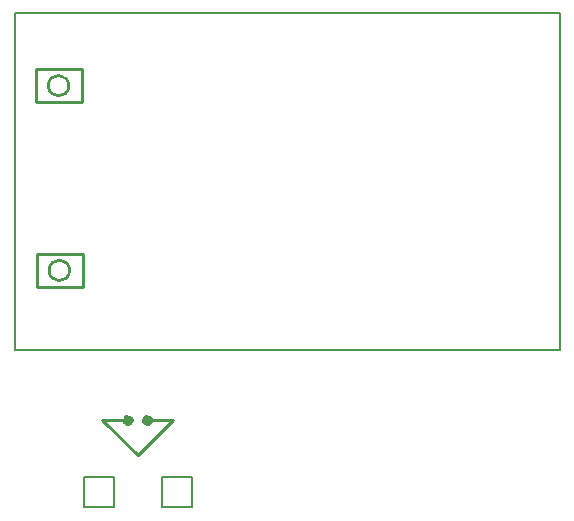
<source format=gbo>
G04 Layer: BottomSilkLayer*
G04 EasyEDA v6.3.43, 2020-06-06T21:57:39--5:00*
G04 e15436741f6a4511bf69b1aef7df7d06,7c1e8d740ba24e6f83eb2d53d3341807,10*
G04 Gerber Generator version 0.2*
G04 Scale: 100 percent, Rotated: No, Reflected: No *
G04 Dimensions in millimeters *
G04 leading zeros omitted , absolute positions ,3 integer and 3 decimal *
%FSLAX33Y33*%
%MOMM*%
G90*
G71D02*

%ADD10C,0.254000*%
%ADD19C,0.750011*%
%ADD55C,0.250012*%
%ADD57C,0.203200*%
%ADD58C,0.202999*%
%ADD59C,0.150012*%

%LPD*%
G54D55*
G01X12357Y9660D02*
G01X14516Y9660D01*
G01X11595Y6739D01*
G01X10707Y9659D02*
G01X8548Y9659D01*
G01X8675Y9532D01*
G01X11596Y6738D01*
G54D57*
G01X16167Y4833D02*
G01X13627Y4833D01*
G01X13627Y2293D01*
G01X16167Y2293D01*
G01X16167Y4198D01*
G54D58*
G01X16167Y4833D02*
G01X16167Y4198D01*
G54D57*
G01X7023Y2293D02*
G01X9563Y2293D01*
G01X9563Y4833D01*
G01X7023Y4833D01*
G01X7023Y2928D01*
G54D58*
G01X7023Y2293D02*
G01X7023Y2928D01*
G54D59*
G01X1105Y15628D02*
G01X1105Y44126D01*
G01X47270Y44126D01*
G01X47270Y15628D01*
G01X1105Y15628D01*
G54D10*
G01X3016Y20984D02*
G01X3016Y23784D01*
G01X6916Y23784D01*
G01X6916Y20984D01*
G01X3016Y20984D01*
G01X2946Y36627D02*
G01X2946Y39427D01*
G01X6846Y39427D01*
G01X6846Y36627D01*
G01X2946Y36627D01*
G75*
G01X5765Y22356D02*
G03X5765Y22356I-869J0D01*
G01*
G75*
G01X5695Y37999D02*
G03X5695Y37999I-869J0D01*
G01*
G54D19*
G75*
G01X10834Y9659D02*
G03X10834Y9659I-127J0D01*
G01*
G75*
G01X12485Y9659D02*
G03X12485Y9659I-127J0D01*
G01*
M00*
M02*

</source>
